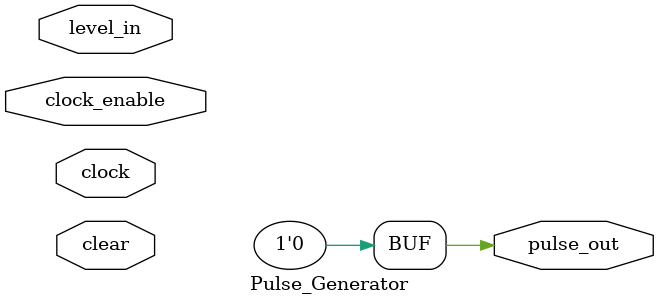
<source format=v>


// Converts a change in signal level (an edge) into a high pulse lasting a set
// number of clock cycles, usually 1. This device can eliminate some simple
// FSMs by converting a condition of unknown length into a one-shot event
// (e.g.: updating a register only once).

// The detected edge type (positive, negative, any) is set by a parameter, as
// is the length of the output pulse. **The input edge must be synchronous to
// the clock.**

// If the output pulse is longer than 1 clock cycle, raising `clear` will end
// the pulse at the end of the current clock cycle. Holding `clear` high will
// prevent output pulses.

// `clock_enable` must be high for the input edge to be detected, and if
// `clock_enable` is dropped during the output pulse, the pulse will remain
// high until `clock_enable` is reasserted, and then the pulse will continue
// until the expected remaining number of pulse high clock cycles have passed.

`default_nettype none

module Pulse_Generator
#(
    parameter PULSE_LENGTH  = 0, // Minimum 1, or greater
    parameter EDGE_TYPE     = "" // POS, NEG, ANY
)
(
    input   wire    clock,
    input   wire    clock_enable,
    input   wire    clear,
    input   wire    level_in,
    output  reg     pulse_out
);

    localparam PIPE_ZERO = {PULSE_LENGTH{1'b0}};

    initial begin
        pulse_out = 1'b0;
    end

// Create a delayed version of the input. The length of the delay, in clock
// cycles, becomes the length of the pulse when the input edge arrives.

    wire level_in_delayed;

    Register_Pipeline
    #(
        .WORD_WIDTH     (1),
        .PIPE_DEPTH     (PULSE_LENGTH),
        .RESET_VALUES   (PIPE_ZERO)
    )
    Delay_Line
    (
        .clock          (clock),
        .clock_enable   (clock_enable),
        .clear          (clear),
        .parallel_load  (1'b0),
        .parallel_in    (PIPE_ZERO),
        // verilator lint_off PINCONNECTEMPTY
        .parallel_out   (),
        // verilator lint_on  PINCONNECTEMPTY
        .pipe_in        (level_in),
        .pipe_out       (level_in_delayed)
    );

// When the input changes before its delayed version, raise the output.
// Eventually, the delayed version will arrive and the output will go low.

    generate
        if (EDGE_TYPE == "POS") begin
            always @(*) begin
                pulse_out = (level_in == 1'b1) && (level_in_delayed == 1'b0);
            end
        end

        if (EDGE_TYPE == "NEG") begin
            always @(*) begin
                pulse_out = (level_in == 1'b0) && (level_in_delayed == 1'b1);
            end
        end

        if (EDGE_TYPE == "ANY") begin
            always @(*) begin
                pulse_out = (level_in != level_in_delayed);
            end
        end
    endgenerate

endmodule


</source>
